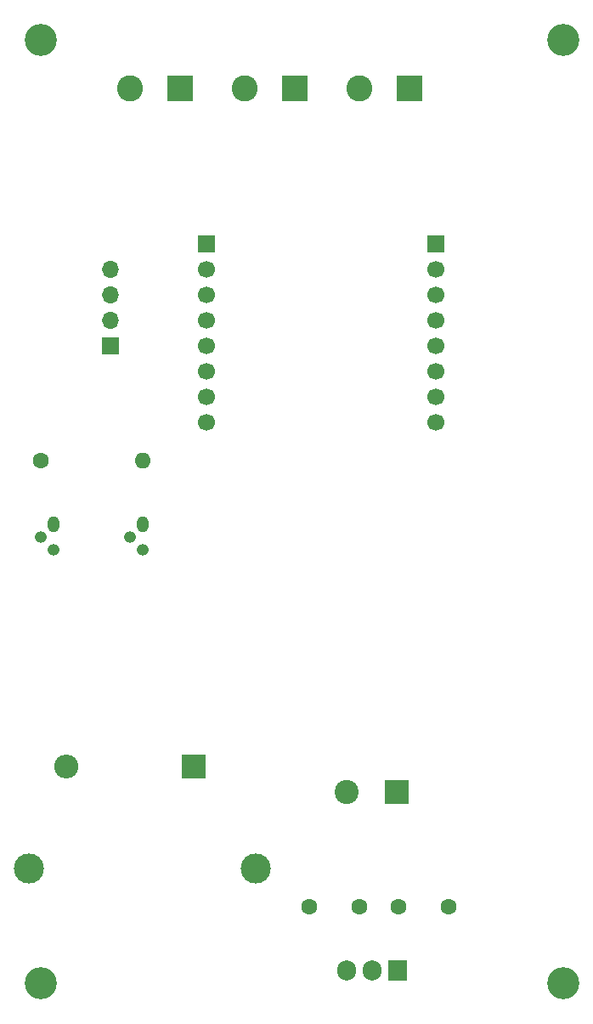
<source format=gbr>
%TF.GenerationSoftware,KiCad,Pcbnew,9.0.6*%
%TF.CreationDate,2025-11-15T16:36:52+01:00*%
%TF.ProjectId,mailbox_esp32_cam_v2_0,6d61696c-626f-4785-9f65-737033325f63,rev?*%
%TF.SameCoordinates,Original*%
%TF.FileFunction,Soldermask,Top*%
%TF.FilePolarity,Negative*%
%FSLAX46Y46*%
G04 Gerber Fmt 4.6, Leading zero omitted, Abs format (unit mm)*
G04 Created by KiCad (PCBNEW 9.0.6) date 2025-11-15 16:36:52*
%MOMM*%
%LPD*%
G01*
G04 APERTURE LIST*
%ADD10C,3.200000*%
%ADD11O,1.200000X1.600000*%
%ADD12O,1.200000X1.200000*%
%ADD13R,2.400000X2.400000*%
%ADD14O,2.400000X2.400000*%
%ADD15C,3.000000*%
%ADD16C,2.400000*%
%ADD17C,1.600000*%
%ADD18R,2.600000X2.600000*%
%ADD19C,2.600000*%
%ADD20R,1.905000X2.000000*%
%ADD21O,1.905000X2.000000*%
%ADD22O,1.600000X1.600000*%
%ADD23R,1.700000X1.700000*%
%ADD24O,1.700000X1.700000*%
%ADD25C,1.700000*%
G04 APERTURE END LIST*
D10*
%TO.C,H1*%
X25400000Y-128270000D03*
%TD*%
D11*
%TO.C,Q2*%
X26670000Y-82550000D03*
D12*
X25400000Y-83820000D03*
X26670000Y-85090000D03*
%TD*%
D10*
%TO.C,H3*%
X77470000Y-34290000D03*
%TD*%
D13*
%TO.C,D5*%
X40640000Y-106680000D03*
D14*
X27940000Y-106680000D03*
%TD*%
D10*
%TO.C,H4*%
X77470000Y-128270000D03*
%TD*%
D15*
%TO.C,F1*%
X46860000Y-116840000D03*
X24260000Y-116840000D03*
%TD*%
D13*
%TO.C,C1*%
X60880000Y-109220000D03*
D16*
X55880000Y-109220000D03*
%TD*%
D17*
%TO.C,C3*%
X52150000Y-120650000D03*
X57150000Y-120650000D03*
%TD*%
D18*
%TO.C,J3*%
X50720000Y-39065000D03*
D19*
X45720000Y-39065000D03*
%TD*%
D20*
%TO.C,U2*%
X60960000Y-127000000D03*
D21*
X58420000Y-127000000D03*
X55880000Y-127000000D03*
%TD*%
D11*
%TO.C,Q1*%
X35560000Y-82550000D03*
D12*
X34290000Y-83820000D03*
X35560000Y-85090000D03*
%TD*%
D10*
%TO.C,H2*%
X25400000Y-34290000D03*
%TD*%
D18*
%TO.C,J1*%
X62150000Y-39065000D03*
D19*
X57150000Y-39065000D03*
%TD*%
D17*
%TO.C,C2*%
X66040000Y-120650000D03*
X61040000Y-120650000D03*
%TD*%
%TO.C,R4*%
X25400000Y-76200000D03*
D22*
X35560000Y-76200000D03*
%TD*%
D18*
%TO.C,J2*%
X39290000Y-39065000D03*
D19*
X34290000Y-39065000D03*
%TD*%
D23*
%TO.C,J4*%
X32340000Y-64770000D03*
D24*
X32340000Y-62230000D03*
X32340000Y-59690000D03*
X32340000Y-57150000D03*
%TD*%
D25*
%TO.C,U1*%
X64770000Y-72390000D03*
X64770000Y-69850000D03*
X64770000Y-67310000D03*
X64770000Y-64770000D03*
X64770000Y-62230000D03*
X64770000Y-59690000D03*
X64770000Y-57150000D03*
D23*
X64770000Y-54610000D03*
X41910000Y-54610000D03*
D25*
X41910000Y-57150000D03*
X41910000Y-59690000D03*
X41910000Y-62230000D03*
X41910000Y-64770000D03*
X41910000Y-67310000D03*
X41910000Y-69850000D03*
X41910000Y-72390000D03*
%TD*%
M02*

</source>
